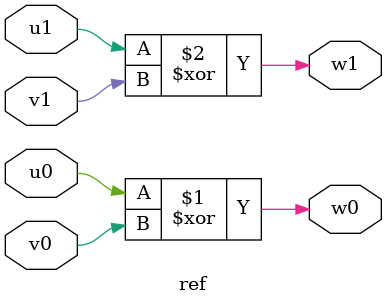
<source format=sv>

module foo (input logic a, input logic b, output logic c);
  // Magic happens here...
endmodule

module bar (input a, input b, output c);
  assign c = a ^ b;
endmodule

module act (input u0, input v0, output w0,
            input u1, input v1, output w1);
  foo foo0 (.a (u0), .b (v0), .c (w0));
  foo foo1 (.a (u1), .b (v1), .c (w1));

  bind foo : foo0, foo1 bar bound_i (.*);
endmodule

module ref (input u0, input v0, output w0,
            input u1, input v1, output w1);
  assign w0 = u0 ^ v0;
  assign w1 = u1 ^ v1;
endmodule

</source>
